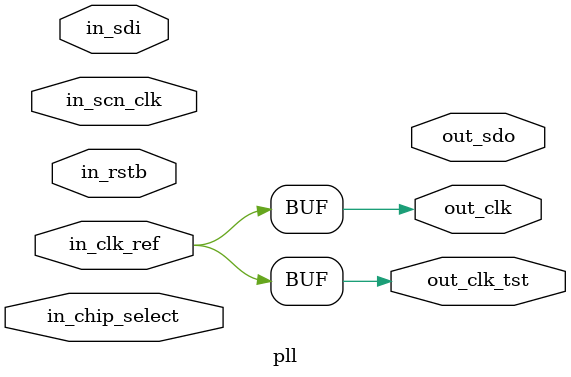
<source format=v>
module pll
  (input  in_clk_ref
  ,input  in_chip_select
  ,input  in_scn_clk
  ,input  in_sdi
  ,input  in_rstb
  ,output out_sdo
  ,output out_clk_tst
  ,output out_clk
  );

/**
 *
 * +-------------+
 * |             |
 * |             |
 * |  BLACK BOX  |
 * |             |
 * |             |
 * +-------------+
 *
 **/

// For VCS, we will forward the input clk
assign out_clk     = in_clk_ref;
assign out_clk_tst = in_clk_ref;

endmodule

</source>
